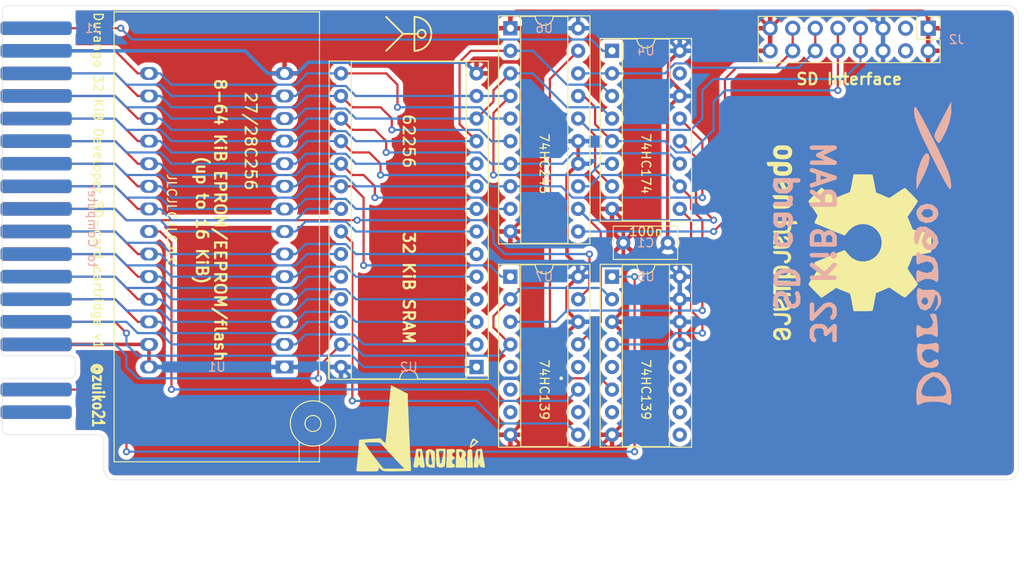
<source format=kicad_pcb>
(kicad_pcb (version 20171130) (host pcbnew "(5.1.2-1)-1")
  (layers (0 F.Cu signal) (31 B.Cu signal) (34 B.Paste user) (35 F.Paste user) (36 B.SilkS user) (37 F.SilkS user) (38 B.Mask user) (39 F.Mask user) (44 Edge.Cuts user))
  (net 0 "")
  (net 1 GND)
  (net 2 /~CS)
  (net 3 /~OE)
  (net 4 +5V)
  (net 5 D2)
  (net 6 D1)
  (net 7 D0)
  (net 8 A0)
  (net 9 A1)
  (net 10 A2)
  (net 11 A3)
  (net 12 A4)
  (net 13 A5)
  (net 14 A6)
  (net 15 A7)
  (net 16 A12)
  (net 17 /~WE)
  (net 18 /~RST)
  (net 19 D3)
  (net 20 D4)
  (net 21 D5)
  (net 22 D6)
  (net 23 D7)
  (net 24 A10)
  (net 25 A11)
  (net 26 A9)
  (net 27 A8)
  (net 28 A13)
  (net 29 A14)
  (net 30 /~IOC)
  (net 31 /MISO)
  (net 32 /MCLK)
  (net 33 /MOSI)
  (net 34 /~SSEL)
  (net 35 /ROM~OE)
  (net 36 /RAM~OE)
  (net 37 /~ROMEN)
  (net 38 /~WRITEN)
  (net 39 /~LATCH)
  (net 40 /~STATUS)
  (module durango:durango-x90 (layer B.Cu) (at 156.845 102.235 90)
    (fp_text reference LOGO3 hide)
    (fp_text value Logo_Open_Hardware_Small hide)
  )
  (module Connector_PinHeader_2.54mm:PinHeader_2x08_P2.54mm_Vertical (layer F.Cu) (at 156.21 77.47 270)
    (fp_text reference J2 (at 1.27 -3.175 unlocked) (layer B.SilkS) (effects (justify mirror)))
    (fp_text value "SD Interface" (at 5.715 8.89 unlocked) (layer F.SilkS) (effects (font (size 1.27 1.27) (thickness 0.254))))
    (pad 16 thru_hole oval (at 2.54 17.78 270) (size 1.7 1.7) (drill 1) (layers *.Cu *.Mask) (net 1 GND))
    (pad 15 thru_hole oval (at 0 17.78 270) (size 1.7 1.7) (drill 1) (layers *.Cu *.Mask) (net 1 GND))
    (pad 14 thru_hole oval (at 2.54 15.24 270) (size 1.7 1.7) (drill 1) (layers *.Cu *.Mask) (net 31 /MISO))
    (pad 13 thru_hole oval (at 0 15.24 270) (size 1.7 1.7) (drill 1) (layers *.Cu *.Mask) (net 31 /MISO))
    (pad 12 thru_hole oval (at 2.54 12.7 270) (size 1.7 1.7) (drill 1) (layers *.Cu *.Mask) (net 32 /MCLK))
    (pad 11 thru_hole oval (at 0 12.7 270) (size 1.7 1.7) (drill 1) (layers *.Cu *.Mask) (net 32 /MCLK))
    (pad 10 thru_hole oval (at 2.54 10.16 270) (size 1.7 1.7) (drill 1) (layers *.Cu *.Mask) (net 33 /MOSI))
    (pad 9 thru_hole oval (at 0 10.16 270) (size 1.7 1.7) (drill 1) (layers *.Cu *.Mask) (net 33 /MOSI))
    (pad 8 thru_hole oval (at 2.54 7.62 270) (size 1.7 1.7) (drill 1) (layers *.Cu *.Mask) (net 34 /~SSEL))
    (pad 7 thru_hole oval (at 0 7.62 270) (size 1.7 1.7) (drill 1) (layers *.Cu *.Mask) (net 34 /~SSEL))
    (pad 6 thru_hole oval (at 2.54 5.08 270) (size 1.7 1.7) (drill 1) (layers *.Cu *.Mask) (net 4 +5V))
    (pad 5 thru_hole oval (at 0 5.08 270) (size 1.7 1.7) (drill 1) (layers *.Cu *.Mask) (net 4 +5V))
    (pad 4 thru_hole oval (at 2.54 2.54 270) (size 1.7 1.7) (drill 1) (layers *.Cu *.Mask))
    (pad 3 thru_hole oval (at 0 2.54 270) (size 1.7 1.7) (drill 1) (layers *.Cu *.Mask))
    (pad 2 thru_hole oval (at 2.54 0 270) (size 1.7 1.7) (drill 1) (layers *.Cu *.Mask) (net 1 GND))
    (pad 1 thru_hole rect (at 0 0 270) (size 1.7 1.7) (drill 1) (layers *.Cu *.Mask) (net 1 GND))
  )
  (module durango:jaqueria (layer F.Cu) (at 99.06 122.555)
    (fp_text reference LOGO2 hide)
    (fp_text value Logo_Open_Hardware_Small hide)
  )
  (module Symbol:OSHW-Logo2_24.3x20mm_SilkScreen (layer F.Cu) (at 147.32 101.6 270)
    (fp_text reference LOGO1 hide)
    (fp_text value Logo_Open_Hardware_Large hide)
  )
  (module Capacitor_THT:C_Rect_L7.0mm_W3.5mm_P5.00mm (layer F.Cu) (at 121.92 101.6)
    (fp_text reference C1 (at 2.5 0 unlocked) (layer B.SilkS) (effects (justify mirror)))
    (fp_text value 100n (at 2.54 -1.27) (layer F.SilkS))
    (pad 2 thru_hole circle (at 5 0) (size 1.6 1.6) (drill 0.8) (layers *.Cu *.Mask) (net 4 +5V))
    (pad 1 thru_hole circle (at 0 0) (size 1.6 1.6) (drill 0.8) (layers *.Cu *.Mask) (net 1 GND))
  )
  (module Socket:DIP_Socket-28_W11.9_W12.7_W15.24_W17.78_W18.5_3M_228-1277-00-0602J (layer F.Cu) (at 83.82 115.57 180)
    (fp_text reference U1 (at 7.62 0) (layer B.SilkS) (effects (justify mirror)))
    (fp_text value 27/28C256 (at 3.81 25.4 270 unlocked) (layer F.SilkS) (effects (font (size 1.27 1.27) (thickness 0.2))))
    (pad 15 thru_hole oval (at 15.24 33.02 180) (size 2 1.44) (drill 1) (layers *.Cu *.Mask) (net 19 D3))
    (pad 14 thru_hole oval (at 0 33.02 180) (size 2 1.44) (drill 1) (layers *.Cu *.Mask) (net 1 GND))
    (pad 16 thru_hole oval (at 15.24 30.48 180) (size 2 1.44) (drill 1) (layers *.Cu *.Mask) (net 20 D4))
    (pad 13 thru_hole oval (at 0 30.48 180) (size 2 1.44) (drill 1) (layers *.Cu *.Mask) (net 5 D2))
    (pad 17 thru_hole oval (at 15.24 27.94 180) (size 2 1.44) (drill 1) (layers *.Cu *.Mask) (net 21 D5))
    (pad 12 thru_hole oval (at 0 27.94 180) (size 2 1.44) (drill 1) (layers *.Cu *.Mask) (net 6 D1))
    (pad 18 thru_hole oval (at 15.24 25.4 180) (size 2 1.44) (drill 1) (layers *.Cu *.Mask) (net 22 D6))
    (pad 11 thru_hole oval (at 0 25.4 180) (size 2 1.44) (drill 1) (layers *.Cu *.Mask) (net 7 D0))
    (pad 19 thru_hole oval (at 15.24 22.86 180) (size 2 1.44) (drill 1) (layers *.Cu *.Mask) (net 23 D7))
    (pad 10 thru_hole oval (at 0 22.86 180) (size 2 1.44) (drill 1) (layers *.Cu *.Mask) (net 8 A0))
    (pad 20 thru_hole oval (at 15.24 20.32 180) (size 2 1.44) (drill 1) (layers *.Cu *.Mask) (net 2 /~CS))
    (pad 9 thru_hole oval (at 0 20.32 180) (size 2 1.44) (drill 1) (layers *.Cu *.Mask) (net 9 A1))
    (pad 21 thru_hole oval (at 15.24 17.78 180) (size 2 1.44) (drill 1) (layers *.Cu *.Mask) (net 24 A10))
    (pad 8 thru_hole oval (at 0 17.78 180) (size 2 1.44) (drill 1) (layers *.Cu *.Mask) (net 10 A2))
    (pad 22 thru_hole oval (at 15.24 15.24 180) (size 2 1.44) (drill 1) (layers *.Cu *.Mask) (net 35 /ROM~OE))
    (pad 7 thru_hole oval (at 0 15.24 180) (size 2 1.44) (drill 1) (layers *.Cu *.Mask) (net 11 A3))
    (pad 23 thru_hole oval (at 15.24 12.7 180) (size 2 1.44) (drill 1) (layers *.Cu *.Mask) (net 25 A11))
    (pad 6 thru_hole oval (at 0 12.7 180) (size 2 1.44) (drill 1) (layers *.Cu *.Mask) (net 12 A4))
    (pad 24 thru_hole oval (at 15.24 10.16 180) (size 2 1.44) (drill 1) (layers *.Cu *.Mask) (net 26 A9))
    (pad 5 thru_hole oval (at 0 10.16 180) (size 2 1.44) (drill 1) (layers *.Cu *.Mask) (net 13 A5))
    (pad 25 thru_hole oval (at 15.24 7.62 180) (size 2 1.44) (drill 1) (layers *.Cu *.Mask) (net 27 A8))
    (pad 4 thru_hole oval (at 0 7.62 180) (size 2 1.44) (drill 1) (layers *.Cu *.Mask) (net 14 A6))
    (pad 26 thru_hole oval (at 15.24 5.08 180) (size 2 1.44) (drill 1) (layers *.Cu *.Mask) (net 28 A13))
    (pad 3 thru_hole oval (at 0 5.08 180) (size 2 1.44) (drill 1) (layers *.Cu *.Mask) (net 15 A7))
    (pad 27 thru_hole oval (at 15.24 2.54 180) (size 2 1.44) (drill 1) (layers *.Cu *.Mask) (net 4 +5V))
    (pad 2 thru_hole oval (at 0 2.54 180) (size 2 1.44) (drill 1) (layers *.Cu *.Mask) (net 16 A12))
    (pad 28 thru_hole oval (at 15.24 0 180) (size 2 1.44) (drill 1) (layers *.Cu *.Mask) (net 4 +5V))
    (pad 1 thru_hole rect (at 0 0 180) (size 2 1.44) (drill 1) (layers *.Cu *.Mask) (net 4 +5V))
  )
  (module Package_DIP:DIP-16_W7.62mm_Socket (layer F.Cu) (at 109.22 105.41)
    (fp_text reference U7 (at 3.81 0 unlocked) (layer B.SilkS) (effects (justify mirror)))
    (fp_text value 74HC139 (at 3.81 12.7 270 unlocked) (layer F.SilkS))
    (pad 16 thru_hole oval (at 7.62 0) (size 1.6 1.6) (drill 0.8) (layers *.Cu *.Mask) (net 4 +5V))
    (pad 8 thru_hole oval (at 0 17.78) (size 1.6 1.6) (drill 0.8) (layers *.Cu *.Mask) (net 1 GND))
    (pad 15 thru_hole oval (at 7.62 2.54) (size 1.6 1.6) (drill 0.8) (layers *.Cu *.Mask) (net 3 /~OE))
    (pad 7 thru_hole oval (at 0 15.24) (size 1.6 1.6) (drill 0.8) (layers *.Cu *.Mask))
    (pad 14 thru_hole oval (at 7.62 5.08) (size 1.6 1.6) (drill 0.8) (layers *.Cu *.Mask) (net 4 +5V))
    (pad 6 thru_hole oval (at 0 12.7) (size 1.6 1.6) (drill 0.8) (layers *.Cu *.Mask))
    (pad 13 thru_hole oval (at 7.62 7.62) (size 1.6 1.6) (drill 0.8) (layers *.Cu *.Mask) (net 37 /~ROMEN))
    (pad 5 thru_hole oval (at 0 10.16) (size 1.6 1.6) (drill 0.8) (layers *.Cu *.Mask))
    (pad 12 thru_hole oval (at 7.62 10.16) (size 1.6 1.6) (drill 0.8) (layers *.Cu *.Mask))
    (pad 4 thru_hole oval (at 0 7.62) (size 1.6 1.6) (drill 0.8) (layers *.Cu *.Mask) (net 17 /~WE))
    (pad 11 thru_hole oval (at 7.62 12.7) (size 1.6 1.6) (drill 0.8) (layers *.Cu *.Mask) (net 35 /ROM~OE))
    (pad 3 thru_hole oval (at 0 5.08) (size 1.6 1.6) (drill 0.8) (layers *.Cu *.Mask) (net 38 /~WRITEN))
    (pad 10 thru_hole oval (at 7.62 15.24) (size 1.6 1.6) (drill 0.8) (layers *.Cu *.Mask))
    (pad 2 thru_hole oval (at 0 2.54) (size 1.6 1.6) (drill 0.8) (layers *.Cu *.Mask) (net 17 /~WE))
    (pad 9 thru_hole oval (at 7.62 17.78) (size 1.6 1.6) (drill 0.8) (layers *.Cu *.Mask) (net 36 /RAM~OE))
    (pad 1 thru_hole rect (at 0 0) (size 1.6 1.6) (drill 0.8) (layers *.Cu *.Mask) (net 2 /~CS))
  )
  (module Package_DIP:DIP-20_W7.62mm_Socket (layer F.Cu) (at 109.22 77.47)
    (fp_text reference U6 (at 3.81 0) (layer B.SilkS) (effects (justify mirror)))
    (fp_text value 74HC245 (at 3.81 15.24 270 unlocked) (layer F.SilkS))
    (pad 20 thru_hole oval (at 7.62 0) (size 1.6 1.6) (drill 0.8) (layers *.Cu *.Mask) (net 4 +5V))
    (pad 10 thru_hole oval (at 0 22.86) (size 1.6 1.6) (drill 0.8) (layers *.Cu *.Mask) (net 1 GND))
    (pad 19 thru_hole oval (at 7.62 2.54) (size 1.6 1.6) (drill 0.8) (layers *.Cu *.Mask) (net 40 /~STATUS))
    (pad 9 thru_hole oval (at 0 20.32) (size 1.6 1.6) (drill 0.8) (layers *.Cu *.Mask) (net 23 D7))
    (pad 18 thru_hole oval (at 7.62 5.08) (size 1.6 1.6) (drill 0.8) (layers *.Cu *.Mask) (net 32 /MCLK))
    (pad 8 thru_hole oval (at 0 17.78) (size 1.6 1.6) (drill 0.8) (layers *.Cu *.Mask) (net 22 D6))
    (pad 17 thru_hole oval (at 7.62 7.62) (size 1.6 1.6) (drill 0.8) (layers *.Cu *.Mask) (net 33 /MOSI))
    (pad 7 thru_hole oval (at 0 15.24) (size 1.6 1.6) (drill 0.8) (layers *.Cu *.Mask) (net 21 D5))
    (pad 16 thru_hole oval (at 7.62 10.16) (size 1.6 1.6) (drill 0.8) (layers *.Cu *.Mask) (net 34 /~SSEL))
    (pad 6 thru_hole oval (at 0 12.7) (size 1.6 1.6) (drill 0.8) (layers *.Cu *.Mask) (net 20 D4))
    (pad 15 thru_hole oval (at 7.62 12.7) (size 1.6 1.6) (drill 0.8) (layers *.Cu *.Mask) (net 4 +5V))
    (pad 5 thru_hole oval (at 0 10.16) (size 1.6 1.6) (drill 0.8) (layers *.Cu *.Mask) (net 19 D3))
    (pad 14 thru_hole oval (at 7.62 15.24) (size 1.6 1.6) (drill 0.8) (layers *.Cu *.Mask) (net 4 +5V))
    (pad 4 thru_hole oval (at 0 7.62) (size 1.6 1.6) (drill 0.8) (layers *.Cu *.Mask) (net 5 D2))
    (pad 13 thru_hole oval (at 7.62 17.78) (size 1.6 1.6) (drill 0.8) (layers *.Cu *.Mask) (net 38 /~WRITEN))
    (pad 3 thru_hole oval (at 0 5.08) (size 1.6 1.6) (drill 0.8) (layers *.Cu *.Mask) (net 6 D1))
    (pad 12 thru_hole oval (at 7.62 20.32) (size 1.6 1.6) (drill 0.8) (layers *.Cu *.Mask) (net 37 /~ROMEN))
    (pad 2 thru_hole oval (at 0 2.54) (size 1.6 1.6) (drill 0.8) (layers *.Cu *.Mask) (net 7 D0))
    (pad 11 thru_hole oval (at 7.62 22.86) (size 1.6 1.6) (drill 0.8) (layers *.Cu *.Mask) (net 31 /MISO))
    (pad 1 thru_hole rect (at 0 0) (size 1.6 1.6) (drill 0.8) (layers *.Cu *.Mask) (net 1 GND))
  )
  (module Package_DIP:DIP-16_W7.62mm_Socket (layer F.Cu) (at 120.65 105.41)
    (fp_text reference U5 (at 3.81 0 unlocked) (layer B.SilkS) (effects (justify mirror)))
    (fp_text value 74HC139 (at 3.81 12.7 270 unlocked) (layer F.SilkS))
    (pad 16 thru_hole oval (at 7.62 0) (size 1.6 1.6) (drill 0.8) (layers *.Cu *.Mask) (net 4 +5V))
    (pad 8 thru_hole oval (at 0 17.78) (size 1.6 1.6) (drill 0.8) (layers *.Cu *.Mask) (net 1 GND))
    (pad 15 thru_hole oval (at 7.62 2.54) (size 1.6 1.6) (drill 0.8) (layers *.Cu *.Mask) (net 4 +5V))
    (pad 7 thru_hole oval (at 0 15.24) (size 1.6 1.6) (drill 0.8) (layers *.Cu *.Mask))
    (pad 14 thru_hole oval (at 7.62 5.08) (size 1.6 1.6) (drill 0.8) (layers *.Cu *.Mask) (net 4 +5V))
    (pad 6 thru_hole oval (at 0 12.7) (size 1.6 1.6) (drill 0.8) (layers *.Cu *.Mask) (net 40 /~STATUS))
    (pad 13 thru_hole oval (at 7.62 7.62) (size 1.6 1.6) (drill 0.8) (layers *.Cu *.Mask) (net 4 +5V))
    (pad 5 thru_hole oval (at 0 10.16) (size 1.6 1.6) (drill 0.8) (layers *.Cu *.Mask))
    (pad 12 thru_hole oval (at 7.62 10.16) (size 1.6 1.6) (drill 0.8) (layers *.Cu *.Mask))
    (pad 4 thru_hole oval (at 0 7.62) (size 1.6 1.6) (drill 0.8) (layers *.Cu *.Mask) (net 39 /~LATCH))
    (pad 11 thru_hole oval (at 7.62 12.7) (size 1.6 1.6) (drill 0.8) (layers *.Cu *.Mask))
    (pad 3 thru_hole oval (at 0 5.08) (size 1.6 1.6) (drill 0.8) (layers *.Cu *.Mask) (net 1 GND))
    (pad 10 thru_hole oval (at 7.62 15.24) (size 1.6 1.6) (drill 0.8) (layers *.Cu *.Mask))
    (pad 2 thru_hole oval (at 0 2.54) (size 1.6 1.6) (drill 0.8) (layers *.Cu *.Mask) (net 17 /~WE))
    (pad 9 thru_hole oval (at 7.62 17.78) (size 1.6 1.6) (drill 0.8) (layers *.Cu *.Mask))
    (pad 1 thru_hole rect (at 0 0) (size 1.6 1.6) (drill 0.8) (layers *.Cu *.Mask) (net 30 /~IOC))
  )
  (module Package_DIP:DIP-16_W7.62mm_Socket (layer F.Cu) (at 120.65 80.01)
    (fp_text reference U4 (at 3.81 0 unlocked) (layer B.SilkS) (effects (justify mirror)))
    (fp_text value 74HC174 (at 3.81 12.7 270 unlocked) (layer F.SilkS))
    (pad 16 thru_hole oval (at 7.62 0) (size 1.6 1.6) (drill 0.8) (layers *.Cu *.Mask) (net 4 +5V))
    (pad 8 thru_hole oval (at 0 17.78) (size 1.6 1.6) (drill 0.8) (layers *.Cu *.Mask) (net 1 GND))
    (pad 15 thru_hole oval (at 7.62 2.54) (size 1.6 1.6) (drill 0.8) (layers *.Cu *.Mask))
    (pad 7 thru_hole oval (at 0 15.24) (size 1.6 1.6) (drill 0.8) (layers *.Cu *.Mask) (net 34 /~SSEL))
    (pad 14 thru_hole oval (at 7.62 5.08) (size 1.6 1.6) (drill 0.8) (layers *.Cu *.Mask) (net 4 +5V))
    (pad 6 thru_hole oval (at 0 12.7) (size 1.6 1.6) (drill 0.8) (layers *.Cu *.Mask) (net 5 D2))
    (pad 13 thru_hole oval (at 7.62 7.62) (size 1.6 1.6) (drill 0.8) (layers *.Cu *.Mask) (net 22 D6))
    (pad 5 thru_hole oval (at 0 10.16) (size 1.6 1.6) (drill 0.8) (layers *.Cu *.Mask) (net 33 /MOSI))
    (pad 12 thru_hole oval (at 7.62 10.16) (size 1.6 1.6) (drill 0.8) (layers *.Cu *.Mask) (net 37 /~ROMEN))
    (pad 4 thru_hole oval (at 0 7.62) (size 1.6 1.6) (drill 0.8) (layers *.Cu *.Mask) (net 6 D1))
    (pad 11 thru_hole oval (at 7.62 12.7) (size 1.6 1.6) (drill 0.8) (layers *.Cu *.Mask) (net 21 D5))
    (pad 3 thru_hole oval (at 0 5.08) (size 1.6 1.6) (drill 0.8) (layers *.Cu *.Mask) (net 7 D0))
    (pad 10 thru_hole oval (at 7.62 15.24) (size 1.6 1.6) (drill 0.8) (layers *.Cu *.Mask) (net 38 /~WRITEN))
    (pad 2 thru_hole oval (at 0 2.54) (size 1.6 1.6) (drill 0.8) (layers *.Cu *.Mask) (net 32 /MCLK))
    (pad 9 thru_hole oval (at 7.62 17.78) (size 1.6 1.6) (drill 0.8) (layers *.Cu *.Mask) (net 39 /~LATCH))
    (pad 1 thru_hole rect (at 0 0) (size 1.6 1.6) (drill 0.8) (layers *.Cu *.Mask) (net 18 /~RST))
  )
  (module Package_DIP:DIP-28_W15.24mm_Socket (layer F.Cu) (at 105.41 115.57 180)
    (fp_text reference U2 (at 7.62 0) (layer B.SilkS) (effects (justify mirror)))
    (fp_text value 62256 (at 7.62 25.4 270 unlocked) (layer F.SilkS) (effects (font (size 1.27 1.27) (thickness 0.2))))
    (fp_text user "32 KiB SRAM" (at 7.62 8.89 270 unlocked) (layer F.SilkS) (effects (font (size 1.27 1.27) (thickness 0.254))))
    (pad 28 thru_hole oval (at 15.24 0 180) (size 1.6 1.6) (drill 0.8) (layers *.Cu *.Mask) (net 4 +5V))
    (pad 14 thru_hole oval (at 0 33.02 180) (size 1.6 1.6) (drill 0.8) (layers *.Cu *.Mask) (net 1 GND))
    (pad 27 thru_hole oval (at 15.24 2.54 180) (size 1.6 1.6) (drill 0.8) (layers *.Cu *.Mask) (net 17 /~WE))
    (pad 13 thru_hole oval (at 0 30.48 180) (size 1.6 1.6) (drill 0.8) (layers *.Cu *.Mask) (net 5 D2))
    (pad 26 thru_hole oval (at 15.24 5.08 180) (size 1.6 1.6) (drill 0.8) (layers *.Cu *.Mask) (net 28 A13))
    (pad 12 thru_hole oval (at 0 27.94 180) (size 1.6 1.6) (drill 0.8) (layers *.Cu *.Mask) (net 6 D1))
    (pad 25 thru_hole oval (at 15.24 7.62 180) (size 1.6 1.6) (drill 0.8) (layers *.Cu *.Mask) (net 27 A8))
    (pad 11 thru_hole oval (at 0 25.4 180) (size 1.6 1.6) (drill 0.8) (layers *.Cu *.Mask) (net 7 D0))
    (pad 24 thru_hole oval (at 15.24 10.16 180) (size 1.6 1.6) (drill 0.8) (layers *.Cu *.Mask) (net 26 A9))
    (pad 10 thru_hole oval (at 0 22.86 180) (size 1.6 1.6) (drill 0.8) (layers *.Cu *.Mask) (net 8 A0))
    (pad 23 thru_hole oval (at 15.24 12.7 180) (size 1.6 1.6) (drill 0.8) (layers *.Cu *.Mask) (net 25 A11))
    (pad 9 thru_hole oval (at 0 20.32 180) (size 1.6 1.6) (drill 0.8) (layers *.Cu *.Mask) (net 9 A1))
    (pad 22 thru_hole oval (at 15.24 15.24 180) (size 1.6 1.6) (drill 0.8) (layers *.Cu *.Mask) (net 36 /RAM~OE))
    (pad 8 thru_hole oval (at 0 17.78 180) (size 1.6 1.6) (drill 0.8) (layers *.Cu *.Mask) (net 10 A2))
    (pad 21 thru_hole oval (at 15.24 17.78 180) (size 1.6 1.6) (drill 0.8) (layers *.Cu *.Mask) (net 24 A10))
    (pad 7 thru_hole oval (at 0 15.24 180) (size 1.6 1.6) (drill 0.8) (layers *.Cu *.Mask) (net 11 A3))
    (pad 20 thru_hole oval (at 15.24 20.32 180) (size 1.6 1.6) (drill 0.8) (layers *.Cu *.Mask) (net 2 /~CS))
    (pad 6 thru_hole oval (at 0 12.7 180) (size 1.6 1.6) (drill 0.8) (layers *.Cu *.Mask) (net 12 A4))
    (pad 19 thru_hole oval (at 15.24 22.86 180) (size 1.6 1.6) (drill 0.8) (layers *.Cu *.Mask) (net 23 D7))
    (pad 5 thru_hole oval (at 0 10.16 180) (size 1.6 1.6) (drill 0.8) (layers *.Cu *.Mask) (net 13 A5))
    (pad 18 thru_hole oval (at 15.24 25.4 180) (size 1.6 1.6) (drill 0.8) (layers *.Cu *.Mask) (net 22 D6))
    (pad 4 thru_hole oval (at 0 7.62 180) (size 1.6 1.6) (drill 0.8) (layers *.Cu *.Mask) (net 14 A6))
    (pad 17 thru_hole oval (at 15.24 27.94 180) (size 1.6 1.6) (drill 0.8) (layers *.Cu *.Mask) (net 21 D5))
    (pad 3 thru_hole oval (at 0 5.08 180) (size 1.6 1.6) (drill 0.8) (layers *.Cu *.Mask) (net 15 A7))
    (pad 16 thru_hole oval (at 15.24 30.48 180) (size 1.6 1.6) (drill 0.8) (layers *.Cu *.Mask) (net 20 D4))
    (pad 2 thru_hole oval (at 0 2.54 180) (size 1.6 1.6) (drill 0.8) (layers *.Cu *.Mask) (net 16 A12))
    (pad 15 thru_hole oval (at 15.24 33.02 180) (size 1.6 1.6) (drill 0.8) (layers *.Cu *.Mask) (net 19 D3))
    (pad 1 thru_hole rect (at 0 0 180) (size 1.6 1.6) (drill 0.8) (layers *.Cu *.Mask) (net 29 A14))
  )
  (module edge_conn:Durango_ROM (layer F.Cu) (at 52.07 74.93 270)
    (fp_text reference J1 (at 2.54 -10.16 unlocked) (layer B.SilkS) (effects (font (size 1.016 1.016) (thickness 0.16)) (justify mirror)))
    (fp_text value "to Computer" (at 24.765 -10.16 270 unlocked) (layer B.SilkS) (effects (justify mirror)))
    (pad 36 smd roundrect (at 2.54 -3.81 270) (size 1.524 8) (layers B.Cu B.Paste B.Mask))
    (pad 34 smd roundrect (at 5.08 -3.81 270) (size 1.524 8) (layers B.Cu B.Paste B.Mask) (net 1 GND))
    (pad 32 smd roundrect (at 7.62 -3.81 270) (size 1.524 8) (layers B.Cu B.Paste B.Mask) (net 5 D2))
    (pad 30 smd roundrect (at 10.16 -3.81 270) (size 1.524 8) (layers B.Cu B.Paste B.Mask) (net 6 D1))
    (pad 28 smd roundrect (at 12.7 -3.81 270) (size 1.524 8) (layers B.Cu B.Paste B.Mask) (net 7 D0))
    (pad 26 smd roundrect (at 15.24 -3.81 270) (size 1.524 8) (layers B.Cu B.Paste B.Mask) (net 8 A0))
    (pad 24 smd roundrect (at 17.78 -3.81 270) (size 1.524 8) (layers B.Cu B.Paste B.Mask) (net 9 A1))
    (pad 22 smd roundrect (at 20.32 -3.81 270) (size 1.524 8) (layers B.Cu B.Paste B.Mask) (net 10 A2))
    (pad 20 smd roundrect (at 22.86 -3.81 270) (size 1.524 8) (layers B.Cu B.Paste B.Mask) (net 11 A3))
    (pad 18 smd roundrect (at 25.4 -3.81 270) (size 1.524 8) (layers B.Cu B.Paste B.Mask) (net 12 A4))
    (pad 16 smd roundrect (at 27.94 -3.81 270) (size 1.524 8) (layers B.Cu B.Paste B.Mask) (net 13 A5))
    (pad 14 smd roundrect (at 30.48 -3.81 270) (size 1.524 8) (layers B.Cu B.Paste B.Mask) (net 14 A6))
    (pad 12 smd roundrect (at 33.02 -3.81 270) (size 1.524 8) (layers B.Cu B.Paste B.Mask) (net 15 A7))
    (pad 10 smd roundrect (at 35.56 -3.81 270) (size 1.524 8) (layers B.Cu B.Paste B.Mask) (net 16 A12))
    (pad 8 smd roundrect (at 38.1 -3.81 270) (size 1.524 8) (layers B.Cu B.Paste B.Mask) (net 17 /~WE))
    (pad 4 smd roundrect (at 43.18 -3.81 270) (size 1.524 8) (layers B.Cu B.Paste B.Mask))
    (pad 35 smd roundrect (at 2.54 -3.81 270) (size 1.524 8) (layers F.Cu F.Paste F.Mask) (net 18 /~RST))
    (pad 33 smd roundrect (at 5.08 -3.81 270) (size 1.524 8) (layers F.Cu F.Paste F.Mask) (net 19 D3))
    (pad 31 smd roundrect (at 7.62 -3.81 270) (size 1.524 8) (layers F.Cu F.Paste F.Mask) (net 20 D4))
    (pad 29 smd roundrect (at 10.16 -3.81 270) (size 1.524 8) (layers F.Cu F.Paste F.Mask) (net 21 D5))
    (pad 27 smd roundrect (at 12.7 -3.81 270) (size 1.524 8) (layers F.Cu F.Paste F.Mask) (net 22 D6))
    (pad 25 smd roundrect (at 15.24 -3.81 270) (size 1.524 8) (layers F.Cu F.Paste F.Mask) (net 23 D7))
    (pad 23 smd roundrect (at 17.78 -3.81 270) (size 1.524 8) (layers F.Cu F.Paste F.Mask) (net 2 /~CS))
    (pad 21 smd roundrect (at 20.32 -3.81 270) (size 1.524 8) (layers F.Cu F.Paste F.Mask) (net 24 A10))
    (pad 19 smd roundrect (at 22.86 -3.81 270) (size 1.524 8) (layers F.Cu F.Paste F.Mask) (net 3 /~OE))
    (pad 17 smd roundrect (at 25.4 -3.81 270) (size 1.524 8) (layers F.Cu F.Paste F.Mask) (net 25 A11))
    (pad 15 smd roundrect (at 27.94 -3.81 270) (size 1.524 8) (layers F.Cu F.Paste F.Mask) (net 26 A9))
    (pad 13 smd roundrect (at 30.48 -3.81 270) (size 1.524 8) (layers F.Cu F.Paste F.Mask) (net 27 A8))
    (pad 11 smd roundrect (at 33.02 -3.81 270) (size 1.524 8) (layers F.Cu F.Paste F.Mask) (net 28 A13))
    (pad 9 smd roundrect (at 35.56 -3.81 270) (size 1.524 8) (layers F.Cu F.Paste F.Mask) (net 29 A14))
    (pad 7 smd roundrect (at 38.1 -3.81 270) (size 1.524 8) (layers F.Cu F.Paste F.Mask) (net 4 +5V))
    (pad 3 smd roundrect (at 43.18 -3.81 270) (size 1.524 8) (layers F.Cu F.Paste F.Mask) (net 30 /~IOC))
    (pad 2 smd roundrect (at 45.72 -3.81 270) (size 1.524 8) (layers B.Cu B.Paste B.Mask))
    (pad 1 smd roundrect (at 45.72 -3.81 270) (size 1.524 8) (layers F.Cu F.Paste F.Mask))
  )
  (gr_arc (start 52.324 117.094) (end 52.324 116.84) (angle -90) (layer Edge.Cuts) (width 0.05))
  (gr_arc (start 52.324 114.046) (end 52.07 114.046) (angle -90) (layer Edge.Cuts) (width 0.05))
  (gr_line (start 60.325 116.205) (end 60.325 114.935) (layer Edge.Cuts) (width 0.05))
  (gr_arc (start 59.69 116.205) (end 59.69 116.84) (angle -90) (layer Edge.Cuts) (width 0.05))
  (gr_arc (start 59.69 114.935) (end 60.325 114.935) (angle -90) (layer Edge.Cuts) (width 0.05))
  (gr_line (start 52.705 123.19) (end 62.865 123.19) (layer Edge.Cuts) (width 0.05))
  (gr_arc (start 52.705 122.555) (end 52.07 122.555) (angle -90) (layer Edge.Cuts) (width 0.05))
  (gr_line (start 52.07 117.094) (end 52.07 122.555) (layer Edge.Cuts) (width 0.05))
  (gr_line (start 59.69 116.84) (end 52.324 116.84) (layer Edge.Cuts) (width 0.05))
  (gr_line (start 52.324 114.3) (end 59.69 114.3) (layer Edge.Cuts) (width 0.05))
  (gr_line (start 52.07 75.565) (end 52.07 114.046) (layer Edge.Cuts) (width 0.05))
  (gr_arc (start 52.705 75.565) (end 52.705 74.93) (angle -90) (layer Edge.Cuts) (width 0.05))
  (gr_line (start 60.96 74.93) (end 52.705 74.93) (layer Edge.Cuts) (width 0.05))
  (gr_text "32 KiB RAM\nSD card" (at 142.24 101.6 270) (layer B.SilkS) (effects (font (size 2.54 2.54) (thickness 0.508)) (justify mirror)))
  (gr_line (start 97.155 78.105) (end 95.25 80.01) (layer F.SilkS) (width 0.2))
  (gr_line (start 97.155 78.105) (end 95.25 76.2) (layer F.SilkS) (width 0.2))
  (gr_line (start 98.77919 78.105) (end 97.155 78.105) (layer F.SilkS) (width 0.2))
  (gr_line (start 98.425 76.2) (end 98.425 80.01) (layer F.SilkS) (width 0.2))
  (gr_circle (center 99.237095 78.105) (end 99.695 78.105) (layer F.SilkS) (width 0.2))
  (gr_arc (start 98.425 78.105) (end 98.425 80.01) (angle -180) (layer F.SilkS) (width 0.2))
  (gr_arc (start 165.1 127) (end 165.1 128.27) (angle -90) (layer Edge.Cuts) (width 0.05))
  (gr_line (start 166.37 127) (end 166.37 76.2) (layer Edge.Cuts) (width 0.05))
  (gr_line (start 64.77 128.27) (end 165.1 128.27) (layer Edge.Cuts) (width 0.05))
  (gr_arc (start 64.77 127) (end 63.5 127) (angle -90) (layer Edge.Cuts) (width 0.05))
  (gr_line (start 63.5 123.825) (end 63.5 127) (layer Edge.Cuts) (width 0.05))
  (gr_arc (start 62.865 123.825) (end 63.5 123.825) (angle -90) (layer Edge.Cuts) (width 0.05))
  (gr_arc (start 165.1 76.2) (end 166.37 76.2) (angle -90) (layer Edge.Cuts) (width 0.05))
  (gr_line (start 60.96 74.93) (end 165.1 74.93) (layer Edge.Cuts) (width 0.05))
  (gr_text "8-64 KiB EPROM/EEPROM/flash\n(up to 16 KiB)" (at 75.565 99.06 270) (layer F.SilkS) (effects (font (size 1.27 1.27) (thickness 0.254))))
  (gr_text JLCJLCJLCJLC (at 71.12 99.06 270) (layer F.SilkS) (effects (font (size 1.016 1.016) (thickness 0.1575))))
  (gr_text @zuiko21 (at 62.865 118.745 270) (layer F.SilkS) (effects (font (size 1.27 1.016) (thickness 0.254))))
  (gr_text "Durango 32 KiB Developer SD-card cartridge v1" (at 62.865 94.615 270) (layer F.SilkS) (effects (font (size 1.016 1.016) (thickness 0.16))))
  (segment (start 55.88 80.01) (end 79.375 80.01) (width 0.4) (layer B.Cu) (net 1))
  (segment (start 81.915 82.55) (end 83.82 82.55) (width 0.4) (layer B.Cu) (net 1))
  (segment (start 79.375 80.01) (end 81.915 82.55) (width 0.4) (layer B.Cu) (net 1))
  (segment (start 104.610001 81.750001) (end 105.41 82.55) (width 0.4) (layer B.Cu) (net 1))
  (segment (start 104.159999 81.299999) (end 104.610001 81.750001) (width 0.4) (layer B.Cu) (net 1))
  (segment (start 86.470001 81.299999) (end 104.159999 81.299999) (width 0.4) (layer B.Cu) (net 1))
  (segment (start 85.22 82.55) (end 86.470001 81.299999) (width 0.4) (layer B.Cu) (net 1))
  (segment (start 83.82 82.55) (end 85.22 82.55) (width 0.4) (layer B.Cu) (net 1))
  (segment (start 110.470001 99.079999) (end 110.019999 99.530001) (width 0.4) (layer F.Cu) (net 1))
  (segment (start 110.42 77.47) (end 110.470001 77.520001) (width 0.4) (layer F.Cu) (net 1))
  (segment (start 110.019999 99.530001) (end 109.22 100.33) (width 0.4) (layer F.Cu) (net 1))
  (segment (start 109.22 77.47) (end 110.42 77.47) (width 0.4) (layer F.Cu) (net 1))
  (segment (start 110.470001 121.939999) (end 110.019999 122.390001) (width 0.4) (layer F.Cu) (net 1))
  (segment (start 110.019999 122.390001) (end 109.22 123.19) (width 0.4) (layer F.Cu) (net 1))
  (segment (start 110.470001 101.580001) (end 110.470001 121.939999) (width 0.4) (layer F.Cu) (net 1))
  (segment (start 109.22 100.33) (end 110.470001 101.580001) (width 0.4) (layer F.Cu) (net 1))
  (segment (start 121.449999 111.289999) (end 120.65 110.49) (width 0.4) (layer F.Cu) (net 1))
  (segment (start 121.900001 111.740001) (end 121.449999 111.289999) (width 0.4) (layer F.Cu) (net 1))
  (segment (start 121.900001 121.939999) (end 121.900001 111.740001) (width 0.4) (layer F.Cu) (net 1))
  (segment (start 120.65 123.19) (end 121.900001 121.939999) (width 0.4) (layer F.Cu) (net 1))
  (segment (start 121.92 109.22) (end 121.92 101.6) (width 0.4) (layer F.Cu) (net 1))
  (segment (start 120.65 110.49) (end 121.92 109.22) (width 0.4) (layer F.Cu) (net 1))
  (segment (start 121.92 99.06) (end 120.65 97.79) (width 0.4) (layer F.Cu) (net 1))
  (segment (start 121.92 101.6) (end 121.92 99.06) (width 0.4) (layer F.Cu) (net 1))
  (segment (start 118.745 125.095) (end 120.65 123.19) (width 0.4) (layer F.Cu) (net 1))
  (segment (start 111.125 125.095) (end 118.745 125.095) (width 0.4) (layer F.Cu) (net 1))
  (segment (start 109.22 123.19) (end 111.125 125.095) (width 0.4) (layer F.Cu) (net 1))
  (segment (start 156.21 80.01) (end 156.21 77.47) (width 0.4) (layer F.Cu) (net 1))
  (segment (start 138.43 80.01) (end 138.43 77.47) (width 0.4) (layer F.Cu) (net 1))
  (segment (start 156.21 76.22) (end 155.555 75.565) (width 0.4) (layer F.Cu) (net 1))
  (segment (start 156.21 77.47) (end 156.21 76.22) (width 0.4) (layer F.Cu) (net 1))
  (segment (start 155.555 75.565) (end 140.335 75.565) (width 0.4) (layer F.Cu) (net 1))
  (segment (start 140.335 75.565) (end 138.43 77.47) (width 0.4) (layer F.Cu) (net 1))
  (segment (start 109.22 76.27) (end 109.925 75.565) (width 0.4) (layer F.Cu) (net 1))
  (segment (start 109.22 77.47) (end 109.22 76.27) (width 0.4) (layer F.Cu) (net 1))
  (segment (start 136.525 75.565) (end 138.43 77.47) (width 0.4) (layer F.Cu) (net 1))
  (segment (start 109.925 75.565) (end 136.525 75.565) (width 0.4) (layer F.Cu) (net 1))
  (segment (start 106.699999 81.260001) (end 110.470001 81.260001) (width 0.4) (layer F.Cu) (net 1))
  (segment (start 105.41 82.55) (end 106.699999 81.260001) (width 0.4) (layer F.Cu) (net 1))
  (segment (start 110.470001 81.260001) (end 110.470001 99.079999) (width 0.4) (layer F.Cu) (net 1))
  (segment (start 110.470001 77.520001) (end 110.470001 81.260001) (width 0.4) (layer F.Cu) (net 1))
  (segment (start 90.17 95.25) (end 86.36 95.25) (width 0.25) (layer B.Cu) (net 2))
  (segment (start 86.36 95.25) (end 85.09 96.52) (width 0.25) (layer B.Cu) (net 2))
  (segment (start 85.09 96.52) (end 71.12 96.52) (width 0.25) (layer B.Cu) (net 2))
  (segment (start 69.85 95.25) (end 68.58 95.25) (width 0.25) (layer B.Cu) (net 2))
  (segment (start 71.12 96.52) (end 69.85 95.25) (width 0.25) (layer B.Cu) (net 2))
  (segment (start 64.77 92.71) (end 55.88 92.71) (width 0.25) (layer F.Cu) (net 2))
  (segment (start 67.31 95.25) (end 64.77 92.71) (width 0.25) (layer F.Cu) (net 2))
  (segment (start 68.58 95.25) (end 67.31 95.25) (width 0.25) (layer F.Cu) (net 2))
  (segment (start 108.17 105.41) (end 106.9 104.14) (width 0.25) (layer B.Cu) (net 2))
  (segment (start 109.22 105.41) (end 108.17 105.41) (width 0.25) (layer B.Cu) (net 2))
  (segment (start 106.9 104.14) (end 92.71 104.14) (width 0.25) (layer B.Cu) (net 2))
  (via (at 92.71 104.14) (size 0.8) (drill 0.4) (layers F.Cu B.Cu) (net 2))
  (segment (start 92.71 104.14) (end 92.71 96.52) (width 0.25) (layer F.Cu) (net 2))
  (segment (start 92.71 96.52) (end 91.44 95.25) (width 0.25) (layer F.Cu) (net 2))
  (segment (start 91.44 95.25) (end 90.17 95.25) (width 0.25) (layer F.Cu) (net 2))
  (via (at 91.985 99.06) (size 0.8) (drill 0.4) (layers F.Cu B.Cu) (net 3))
  (segment (start 91.985 99.06) (end 66.04 99.06) (width 0.25) (layer F.Cu) (net 3))
  (segment (start 66.04 99.06) (end 64.77 97.79) (width 0.25) (layer F.Cu) (net 3))
  (segment (start 64.77 97.79) (end 55.88 97.79) (width 0.25) (layer F.Cu) (net 3))
  (segment (start 92.075 99.06) (end 91.985 99.06) (width 0.25) (layer B.Cu) (net 3))
  (segment (start 106.045 99.06) (end 92.075 99.06) (width 0.25) (layer B.Cu) (net 3))
  (segment (start 107.315 100.33) (end 106.045 99.06) (width 0.25) (layer B.Cu) (net 3))
  (segment (start 107.315 101.6) (end 107.315 100.33) (width 0.25) (layer B.Cu) (net 3))
  (segment (start 108.585 102.87) (end 107.315 101.6) (width 0.25) (layer B.Cu) (net 3))
  (segment (start 118.11 102.87) (end 108.585 102.87) (width 0.25) (layer B.Cu) (net 3))
  (via (at 118.11 102.87) (size 0.8) (drill 0.4) (layers F.Cu B.Cu) (net 3))
  (segment (start 118.11 106.68) (end 116.84 107.95) (width 0.25) (layer F.Cu) (net 3))
  (segment (start 118.11 102.87) (end 118.11 106.68) (width 0.25) (layer F.Cu) (net 3))
  (segment (start 68.58 113.03) (end 68.58 115.57) (width 0.4) (layer F.Cu) (net 4))
  (segment (start 68.58 115.57) (end 83.82 115.57) (width 0.4) (layer B.Cu) (net 4))
  (segment (start 83.82 115.57) (end 90.17 115.57) (width 0.4) (layer B.Cu) (net 4))
  (segment (start 116.040001 106.209999) (end 116.84 105.41) (width 0.4) (layer F.Cu) (net 4))
  (segment (start 115.589999 106.660001) (end 116.040001 106.209999) (width 0.4) (layer F.Cu) (net 4))
  (segment (start 115.589999 109.239999) (end 115.589999 106.660001) (width 0.4) (layer F.Cu) (net 4))
  (segment (start 116.84 110.49) (end 115.589999 109.239999) (width 0.4) (layer F.Cu) (net 4))
  (segment (start 116.040001 93.509999) (end 116.84 92.71) (width 0.4) (layer F.Cu) (net 4))
  (segment (start 115.589999 93.960001) (end 116.040001 93.509999) (width 0.4) (layer F.Cu) (net 4))
  (segment (start 115.589999 103.028629) (end 115.589999 93.960001) (width 0.4) (layer F.Cu) (net 4))
  (segment (start 116.84 104.27863) (end 115.589999 103.028629) (width 0.4) (layer F.Cu) (net 4))
  (segment (start 116.84 105.41) (end 116.84 104.27863) (width 0.4) (layer F.Cu) (net 4))
  (segment (start 116.84 92.71) (end 116.84 90.17) (width 0.4) (layer F.Cu) (net 4))
  (segment (start 128.27 113.03) (end 128.27 105.41) (width 0.4) (layer F.Cu) (net 4))
  (segment (start 128.27 102.95) (end 126.92 101.6) (width 0.4) (layer F.Cu) (net 4))
  (segment (start 128.27 105.41) (end 128.27 102.95) (width 0.4) (layer F.Cu) (net 4))
  (segment (start 126.92 86.44) (end 128.27 85.09) (width 0.4) (layer F.Cu) (net 4))
  (segment (start 126.92 101.6) (end 126.92 86.44) (width 0.4) (layer F.Cu) (net 4))
  (segment (start 127.470001 80.809999) (end 128.27 80.01) (width 0.4) (layer F.Cu) (net 4))
  (segment (start 127.019999 81.260001) (end 127.470001 80.809999) (width 0.4) (layer F.Cu) (net 4))
  (segment (start 127.019999 83.150001) (end 127.019999 81.260001) (width 0.4) (layer F.Cu) (net 4))
  (segment (start 128.27 84.400002) (end 127.019999 83.150001) (width 0.4) (layer F.Cu) (net 4))
  (segment (start 128.27 85.09) (end 128.27 84.400002) (width 0.4) (layer F.Cu) (net 4))
  (segment (start 125.73 77.47) (end 128.27 80.01) (width 0.4) (layer B.Cu) (net 4))
  (segment (start 116.84 77.47) (end 125.73 77.47) (width 0.4) (layer B.Cu) (net 4))
  (segment (start 151.13 77.47) (end 151.13 80.01) (width 0.4) (layer B.Cu) (net 4))
  (segment (start 149.225 75.565) (end 151.13 77.47) (width 0.4) (layer B.Cu) (net 4))
  (segment (start 132.715 75.565) (end 149.225 75.565) (width 0.4) (layer B.Cu) (net 4))
  (segment (start 128.27 80.01) (end 132.715 75.565) (width 0.4) (layer B.Cu) (net 4))
  (segment (start 68.58 113.03) (end 55.88 113.03) (width 0.4) (layer F.Cu) (net 4))
  (via (at 114.935 116.84) (size 0.8) (drill 0.4) (layers F.Cu B.Cu) (net 4))
  (segment (start 104.269998 116.84) (end 114.935 116.84) (width 0.4) (layer B.Cu) (net 4))
  (segment (start 91.44 116.84) (end 104.269998 116.84) (width 0.4) (layer B.Cu) (net 4))
  (segment (start 90.17 115.57) (end 91.44 116.84) (width 0.4) (layer B.Cu) (net 4))
  (segment (start 114.935 112.395) (end 116.84 110.49) (width 0.4) (layer F.Cu) (net 4))
  (segment (start 114.935 116.84) (end 114.935 112.395) (width 0.4) (layer F.Cu) (net 4))
  (segment (start 127.470001 104.610001) (end 128.27 105.41) (width 0.4) (layer B.Cu) (net 4))
  (segment (start 127.019999 104.159999) (end 127.470001 104.610001) (width 0.4) (layer B.Cu) (net 4))
  (segment (start 118.090001 104.159999) (end 127.019999 104.159999) (width 0.4) (layer B.Cu) (net 4))
  (segment (start 116.84 105.41) (end 118.090001 104.159999) (width 0.4) (layer B.Cu) (net 4))
  (segment (start 85.07 85.09) (end 83.82 85.09) (width 0.25) (layer B.Cu) (net 5))
  (segment (start 86.195001 83.964999) (end 85.07 85.09) (width 0.25) (layer B.Cu) (net 5))
  (segment (start 90.710001 83.964999) (end 86.195001 83.964999) (width 0.25) (layer B.Cu) (net 5))
  (segment (start 91.835002 85.09) (end 90.710001 83.964999) (width 0.25) (layer B.Cu) (net 5))
  (segment (start 105.41 85.09) (end 91.835002 85.09) (width 0.25) (layer B.Cu) (net 5))
  (segment (start 105.41 85.09) (end 109.22 85.09) (width 0.25) (layer B.Cu) (net 5))
  (segment (start 64.77 82.55) (end 55.88 82.55) (width 0.25) (layer B.Cu) (net 5))
  (segment (start 69.85 83.82) (end 66.04 83.82) (width 0.25) (layer B.Cu) (net 5))
  (segment (start 71.12 85.09) (end 69.85 83.82) (width 0.25) (layer B.Cu) (net 5))
  (segment (start 66.04 83.82) (end 64.77 82.55) (width 0.25) (layer B.Cu) (net 5))
  (segment (start 83.82 85.09) (end 71.12 85.09) (width 0.25) (layer B.Cu) (net 5))
  (segment (start 120.65 92.71) (end 119.38 92.71) (width 0.25) (layer B.Cu) (net 5))
  (segment (start 119.38 92.71) (end 118.11 93.98) (width 0.25) (layer B.Cu) (net 5))
  (via (at 107.315 93.98) (size 0.8) (drill 0.4) (layers F.Cu B.Cu) (net 5))
  (segment (start 118.11 93.98) (end 107.315 93.98) (width 0.25) (layer B.Cu) (net 5))
  (segment (start 107.315 86.995) (end 109.22 85.09) (width 0.25) (layer F.Cu) (net 5))
  (segment (start 107.315 93.98) (end 107.315 86.995) (width 0.25) (layer F.Cu) (net 5))
  (segment (start 90.710001 86.504999) (end 86.195001 86.504999) (width 0.25) (layer B.Cu) (net 6))
  (segment (start 91.835002 87.63) (end 90.710001 86.504999) (width 0.25) (layer B.Cu) (net 6))
  (segment (start 85.07 87.63) (end 83.82 87.63) (width 0.25) (layer B.Cu) (net 6))
  (segment (start 86.195001 86.504999) (end 85.07 87.63) (width 0.25) (layer B.Cu) (net 6))
  (segment (start 105.41 87.63) (end 91.835002 87.63) (width 0.25) (layer B.Cu) (net 6))
  (segment (start 107.315 84.455) (end 109.22 82.55) (width 0.25) (layer F.Cu) (net 6))
  (segment (start 107.315 85.725) (end 107.315 84.455) (width 0.25) (layer F.Cu) (net 6))
  (segment (start 105.41 87.63) (end 107.315 85.725) (width 0.25) (layer F.Cu) (net 6))
  (segment (start 83.82 87.63) (end 71.12 87.63) (width 0.25) (layer B.Cu) (net 6))
  (segment (start 71.12 87.63) (end 69.85 86.36) (width 0.25) (layer B.Cu) (net 6))
  (segment (start 69.85 86.36) (end 66.04 86.36) (width 0.25) (layer B.Cu) (net 6))
  (segment (start 66.04 86.36) (end 64.77 85.09) (width 0.25) (layer B.Cu) (net 6))
  (segment (start 64.77 85.09) (end 55.88 85.09) (width 0.25) (layer B.Cu) (net 6))
  (segment (start 109.22 82.55) (end 111.76 82.55) (width 0.25) (layer B.Cu) (net 6))
  (segment (start 111.76 82.55) (end 115.57 86.36) (width 0.25) (layer B.Cu) (net 6))
  (segment (start 115.57 86.36) (end 119.38 86.36) (width 0.25) (layer B.Cu) (net 6))
  (segment (start 119.38 86.36) (end 120.65 87.63) (width 0.25) (layer B.Cu) (net 6))
  (segment (start 85.07 90.17) (end 83.82 90.17) (width 0.25) (layer B.Cu) (net 7))
  (segment (start 86.195001 89.044999) (end 85.07 90.17) (width 0.25) (layer B.Cu) (net 7))
  (segment (start 90.710001 89.044999) (end 86.195001 89.044999) (width 0.25) (layer B.Cu) (net 7))
  (segment (start 91.835002 90.17) (end 90.710001 89.044999) (width 0.25) (layer B.Cu) (net 7))
  (segment (start 105.41 90.17) (end 91.835002 90.17) (width 0.25) (layer B.Cu) (net 7))
  (segment (start 104.775 80.01) (end 109.22 80.01) (width 0.25) (layer F.Cu) (net 7))
  (segment (start 103.505 81.28) (end 104.775 80.01) (width 0.25) (layer F.Cu) (net 7))
  (segment (start 103.505 88.265) (end 103.505 81.28) (width 0.25) (layer F.Cu) (net 7))
  (segment (start 105.41 90.17) (end 103.505 88.265) (width 0.25) (layer F.Cu) (net 7))
  (segment (start 83.82 90.17) (end 71.12 90.17) (width 0.25) (layer B.Cu) (net 7))
  (segment (start 71.12 90.17) (end 69.85 88.9) (width 0.25) (layer B.Cu) (net 7))
  (segment (start 69.85 88.9) (end 66.04 88.9) (width 0.25) (layer B.Cu) (net 7))
  (segment (start 66.04 88.9) (end 64.77 87.63) (width 0.25) (layer B.Cu) (net 7))
  (segment (start 64.77 87.63) (end 55.88 87.63) (width 0.25) (layer B.Cu) (net 7))
  (segment (start 111.76 80.01) (end 109.22 80.01) (width 0.25) (layer B.Cu) (net 7))
  (segment (start 115.57 83.82) (end 111.76 80.01) (width 0.25) (layer B.Cu) (net 7))
  (segment (start 119.38 83.82) (end 115.57 83.82) (width 0.25) (layer B.Cu) (net 7))
  (segment (start 120.65 85.09) (end 119.38 83.82) (width 0.25) (layer B.Cu) (net 7))
  (segment (start 86.195001 91.584999) (end 85.07 92.71) (width 0.25) (layer B.Cu) (net 8))
  (segment (start 90.710001 91.584999) (end 86.195001 91.584999) (width 0.25) (layer B.Cu) (net 8))
  (segment (start 91.835002 92.71) (end 90.710001 91.584999) (width 0.25) (layer B.Cu) (net 8))
  (segment (start 85.07 92.71) (end 83.82 92.71) (width 0.25) (layer B.Cu) (net 8))
  (segment (start 105.41 92.71) (end 91.835002 92.71) (width 0.25) (layer B.Cu) (net 8))
  (segment (start 83.82 92.71) (end 71.12 92.71) (width 0.25) (layer B.Cu) (net 8))
  (segment (start 71.12 92.71) (end 69.85 91.44) (width 0.25) (layer B.Cu) (net 8))
  (segment (start 69.85 91.44) (end 66.04 91.44) (width 0.25) (layer B.Cu) (net 8))
  (segment (start 66.04 91.44) (end 64.77 90.17) (width 0.25) (layer B.Cu) (net 8))
  (segment (start 64.77 90.17) (end 55.88 90.17) (width 0.25) (layer B.Cu) (net 8))
  (segment (start 85.07 95.25) (end 83.82 95.25) (width 0.25) (layer B.Cu) (net 9))
  (segment (start 86.195001 94.124999) (end 85.07 95.25) (width 0.25) (layer B.Cu) (net 9))
  (segment (start 91.835002 95.25) (end 90.710001 94.124999) (width 0.25) (layer B.Cu) (net 9))
  (segment (start 90.710001 94.124999) (end 86.195001 94.124999) (width 0.25) (layer B.Cu) (net 9))
  (segment (start 105.41 95.25) (end 91.835002 95.25) (width 0.25) (layer B.Cu) (net 9))
  (segment (start 83.82 95.25) (end 71.12 95.25) (width 0.25) (layer B.Cu) (net 9))
  (segment (start 71.12 95.25) (end 69.85 93.98) (width 0.25) (layer B.Cu) (net 9))
  (segment (start 69.85 93.98) (end 66.04 93.98) (width 0.25) (layer B.Cu) (net 9))
  (segment (start 66.04 93.98) (end 64.77 92.71) (width 0.25) (layer B.Cu) (net 9))
  (segment (start 64.77 92.71) (end 55.88 92.71) (width 0.25) (layer B.Cu) (net 9))
  (segment (start 85.07 97.79) (end 83.82 97.79) (width 0.25) (layer B.Cu) (net 10))
  (segment (start 86.195001 96.664999) (end 85.07 97.79) (width 0.25) (layer B.Cu) (net 10))
  (segment (start 90.710001 96.664999) (end 86.195001 96.664999) (width 0.25) (layer B.Cu) (net 10))
  (segment (start 91.835002 97.79) (end 90.710001 96.664999) (width 0.25) (layer B.Cu) (net 10))
  (segment (start 105.41 97.79) (end 91.835002 97.79) (width 0.25) (layer B.Cu) (net 10))
  (segment (start 83.82 97.79) (end 71.12 97.79) (width 0.25) (layer B.Cu) (net 10))
  (segment (start 71.12 97.79) (end 69.85 96.52) (width 0.25) (layer B.Cu) (net 10))
  (segment (start 69.85 96.52) (end 66.04 96.52) (width 0.25) (layer B.Cu) (net 10))
  (segment (start 66.04 96.52) (end 64.77 95.25) (width 0.25) (layer B.Cu) (net 10))
  (segment (start 64.77 95.25) (end 55.88 95.25) (width 0.25) (layer B.Cu) (net 10))
  (segment (start 86.195001 99.204999) (end 85.07 100.33) (width 0.25) (layer B.Cu) (net 11))
  (segment (start 90.710001 99.204999) (end 86.195001 99.204999) (width 0.25) (layer B.Cu) (net 11))
  (segment (start 91.835002 100.33) (end 90.710001 99.204999) (width 0.25) (layer B.Cu) (net 11))
  (segment (start 85.07 100.33) (end 83.82 100.33) (width 0.25) (layer B.Cu) (net 11))
  (segment (start 105.41 100.33) (end 91.835002 100.33) (width 0.25) (layer B.Cu) (net 11))
  (segment (start 83.82 100.33) (end 71.12 100.33) (width 0.25) (layer B.Cu) (net 11))
  (segment (start 71.12 100.33) (end 69.85 99.06) (width 0.25) (layer B.Cu) (net 11))
  (segment (start 69.85 99.06) (end 66.04 99.06) (width 0.25) (layer B.Cu) (net 11))
  (segment (start 66.04 99.06) (end 64.77 97.79) (width 0.25) (layer B.Cu) (net 11))
  (segment (start 64.77 97.79) (end 55.88 97.79) (width 0.25) (layer B.Cu) (net 11))
  (segment (start 85.07 102.87) (end 83.82 102.87) (width 0.25) (layer B.Cu) (net 12))
  (segment (start 86.195001 101.744999) (end 85.07 102.87) (width 0.25) (layer B.Cu) (net 12))
  (segment (start 91.835002 102.87) (end 90.710001 101.744999) (width 0.25) (layer B.Cu) (net 12))
  (segment (start 90.710001 101.744999) (end 86.195001 101.744999) (width 0.25) (layer B.Cu) (net 12))
  (segment (start 105.41 102.87) (end 91.835002 102.87) (width 0.25) (layer B.Cu) (net 12))
  (segment (start 83.82 102.87) (end 71.12 102.87) (width 0.25) (layer B.Cu) (net 12))
  (segment (start 71.12 102.87) (end 69.85 101.6) (width 0.25) (layer B.Cu) (net 12))
  (segment (start 69.85 101.6) (end 66.04 101.6) (width 0.25) (layer B.Cu) (net 12))
  (segment (start 66.04 101.6) (end 64.77 100.33) (width 0.25) (layer B.Cu) (net 12))
  (segment (start 64.77 100.33) (end 55.88 100.33) (width 0.25) (layer B.Cu) (net 12))
  (segment (start 85.07 105.41) (end 83.82 105.41) (width 0.25) (layer B.Cu) (net 13))
  (segment (start 86.195001 104.284999) (end 85.07 105.41) (width 0.25) (layer B.Cu) (net 13))
  (segment (start 91.835002 105.41) (end 90.710001 104.284999) (width 0.25) (layer B.Cu) (net 13))
  (segment (start 90.710001 104.284999) (end 86.195001 104.284999) (width 0.25) (layer B.Cu) (net 13))
  (segment (start 105.41 105.41) (end 91.835002 105.41) (width 0.25) (layer B.Cu) (net 13))
  (segment (start 83.82 105.41) (end 71.12 105.41) (width 0.25) (layer B.Cu) (net 13))
  (segment (start 71.12 105.41) (end 69.85 104.14) (width 0.25) (layer B.Cu) (net 13))
  (segment (start 69.85 104.14) (end 66.04 104.14) (width 0.25) (layer B.Cu) (net 13))
  (segment (start 66.04 104.14) (end 64.77 102.87) (width 0.25) (layer B.Cu) (net 13))
  (segment (start 64.77 102.87) (end 55.88 102.87) (width 0.25) (layer B.Cu) (net 13))
  (segment (start 85.07 107.95) (end 83.82 107.95) (width 0.25) (layer B.Cu) (net 14))
  (segment (start 86.195001 106.824999) (end 85.07 107.95) (width 0.25) (layer B.Cu) (net 14))
  (segment (start 90.710001 106.824999) (end 86.195001 106.824999) (width 0.25) (layer B.Cu) (net 14))
  (segment (start 91.835002 107.95) (end 90.710001 106.824999) (width 0.25) (layer B.Cu) (net 14))
  (segment (start 105.41 107.95) (end 91.835002 107.95) (width 0.25) (layer B.Cu) (net 14))
  (segment (start 83.82 107.95) (end 71.12 107.95) (width 0.25) (layer B.Cu) (net 14))
  (segment (start 71.12 107.95) (end 69.85 106.68) (width 0.25) (layer B.Cu) (net 14))
  (segment (start 69.85 106.68) (end 66.04 106.68) (width 0.25) (layer B.Cu) (net 14))
  (segment (start 66.04 106.68) (end 64.77 105.41) (width 0.25) (layer B.Cu) (net 14))
  (segment (start 64.77 105.41) (end 55.88 105.41) (width 0.25) (layer B.Cu) (net 14))
  (segment (start 85.07 110.49) (end 83.82 110.49) (width 0.25) (layer B.Cu) (net 15))
  (segment (start 86.195001 109.364999) (end 85.07 110.49) (width 0.25) (layer B.Cu) (net 15))
  (segment (start 91.835002 110.49) (end 90.710001 109.364999) (width 0.25) (layer B.Cu) (net 15))
  (segment (start 90.710001 109.364999) (end 86.195001 109.364999) (width 0.25) (layer B.Cu) (net 15))
  (segment (start 105.41 110.49) (end 91.835002 110.49) (width 0.25) (layer B.Cu) (net 15))
  (segment (start 83.82 110.49) (end 71.12 110.49) (width 0.25) (layer B.Cu) (net 15))
  (segment (start 71.12 110.49) (end 69.85 109.22) (width 0.25) (layer B.Cu) (net 15))
  (segment (start 69.85 109.22) (end 66.04 109.22) (width 0.25) (layer B.Cu) (net 15))
  (segment (start 66.04 109.22) (end 64.77 107.95) (width 0.25) (layer B.Cu) (net 15))
  (segment (start 64.77 107.95) (end 55.88 107.95) (width 0.25) (layer B.Cu) (net 15))
  (segment (start 105.41 113.03) (end 92.71 113.03) (width 0.25) (layer B.Cu) (net 16))
  (segment (start 85.07 113.03) (end 83.82 113.03) (width 0.25) (layer B.Cu) (net 16))
  (segment (start 86.195001 111.904999) (end 85.07 113.03) (width 0.25) (layer B.Cu) (net 16))
  (segment (start 91.44 111.904999) (end 86.195001 111.904999) (width 0.25) (layer B.Cu) (net 16))
  (segment (start 91.44 111.904999) (end 91.584999 111.904999) (width 0.25) (layer B.Cu) (net 16))
  (segment (start 91.584999 111.904999) (end 92.71 113.03) (width 0.25) (layer B.Cu) (net 16))
  (segment (start 66.04 110.49) (end 55.88 110.49) (width 0.25) (layer B.Cu) (net 16))
  (segment (start 67.31 111.76) (end 66.04 110.49) (width 0.25) (layer B.Cu) (net 16))
  (segment (start 69.85 111.76) (end 67.31 111.76) (width 0.25) (layer B.Cu) (net 16))
  (segment (start 71.12 113.03) (end 69.85 111.76) (width 0.25) (layer B.Cu) (net 16))
  (segment (start 83.82 113.03) (end 71.12 113.03) (width 0.25) (layer B.Cu) (net 16))
  (segment (start 110.49 106.68) (end 109.22 107.95) (width 0.25) (layer B.Cu) (net 17))
  (segment (start 119.38 106.68) (end 110.49 106.68) (width 0.25) (layer B.Cu) (net 17))
  (segment (start 120.65 107.95) (end 119.38 106.68) (width 0.25) (layer B.Cu) (net 17))
  (segment (start 107.315 111.125) (end 108.420001 112.230001) (width 0.25) (layer F.Cu) (net 17))
  (segment (start 108.420001 112.230001) (end 109.22 113.03) (width 0.25) (layer F.Cu) (net 17))
  (segment (start 107.315 109.855) (end 107.315 111.125) (width 0.25) (layer F.Cu) (net 17))
  (segment (start 109.22 107.95) (end 107.315 109.855) (width 0.25) (layer F.Cu) (net 17))
  (segment (start 107.95 114.3) (end 109.22 113.03) (width 0.25) (layer B.Cu) (net 17))
  (segment (start 92.71 114.3) (end 107.95 114.3) (width 0.25) (layer B.Cu) (net 17))
  (segment (start 92.71 114.3) (end 91.44 113.03) (width 0.25) (layer B.Cu) (net 17))
  (segment (start 91.44 113.03) (end 90.17 113.03) (width 0.25) (layer B.Cu) (net 17))
  (segment (start 55.88 113.03) (end 64.77 113.03) (width 0.25) (layer B.Cu) (net 17))
  (segment (start 64.77 113.03) (end 66.04 114.3) (width 0.25) (layer B.Cu) (net 17))
  (segment (start 66.04 114.3) (end 66.04 115.57) (width 0.25) (layer B.Cu) (net 17))
  (segment (start 66.04 115.57) (end 67.31 116.84) (width 0.25) (layer B.Cu) (net 17))
  (segment (start 67.31 116.84) (end 87.63 116.84) (width 0.25) (layer B.Cu) (net 17))
  (via (at 87.63 116.84) (size 0.8) (drill 0.4) (layers F.Cu B.Cu) (net 17))
  (segment (start 87.63 116.84) (end 87.63 115.57) (width 0.25) (layer F.Cu) (net 17))
  (segment (start 87.63 115.57) (end 90.17 113.03) (width 0.25) (layer F.Cu) (net 17))
  (segment (start 119.6 80.01) (end 118.33 78.74) (width 0.25) (layer B.Cu) (net 18))
  (segment (start 120.65 80.01) (end 119.6 80.01) (width 0.25) (layer B.Cu) (net 18))
  (segment (start 118.33 78.74) (end 66.675 78.74) (width 0.25) (layer B.Cu) (net 18))
  (via (at 65.405 77.47) (size 0.8) (drill 0.4) (layers F.Cu B.Cu) (net 18))
  (segment (start 66.675 78.74) (end 65.405 77.47) (width 0.25) (layer B.Cu) (net 18))
  (segment (start 65.405 77.47) (end 55.88 77.47) (width 0.25) (layer F.Cu) (net 18))
  (segment (start 107.075002 87.63) (end 105.805002 86.36) (width 0.25) (layer B.Cu) (net 19))
  (segment (start 109.22 87.63) (end 107.075002 87.63) (width 0.25) (layer B.Cu) (net 19))
  (via (at 96.52 86.36) (size 0.8) (drill 0.4) (layers F.Cu B.Cu) (net 19))
  (segment (start 105.805002 86.36) (end 96.52 86.36) (width 0.25) (layer B.Cu) (net 19))
  (segment (start 96.52 86.36) (end 96.52 83.82) (width 0.25) (layer F.Cu) (net 19))
  (segment (start 96.52 83.82) (end 95.25 82.55) (width 0.25) (layer F.Cu) (net 19))
  (segment (start 95.25 82.55) (end 90.17 82.55) (width 0.25) (layer F.Cu) (net 19))
  (segment (start 71.1 83.82) (end 85.09 83.82) (width 0.25) (layer B.Cu) (net 19))
  (segment (start 69.83 82.55) (end 71.1 83.82) (width 0.25) (layer B.Cu) (net 19))
  (segment (start 68.58 82.55) (end 69.83 82.55) (width 0.25) (layer B.Cu) (net 19))
  (segment (start 86.36 82.55) (end 90.17 82.55) (width 0.25) (layer B.Cu) (net 19))
  (segment (start 85.09 83.82) (end 86.36 82.55) (width 0.25) (layer B.Cu) (net 19))
  (segment (start 55.88 80.01) (end 64.77 80.01) (width 0.25) (layer F.Cu) (net 19))
  (segment (start 67.31 82.55) (end 68.58 82.55) (width 0.25) (layer F.Cu) (net 19))
  (segment (start 64.77 80.01) (end 67.31 82.55) (width 0.25) (layer F.Cu) (net 19))
  (segment (start 107.075002 90.17) (end 105.805002 88.9) (width 0.25) (layer B.Cu) (net 20))
  (segment (start 109.22 90.17) (end 107.075002 90.17) (width 0.25) (layer B.Cu) (net 20))
  (via (at 95.885 88.9) (size 0.8) (drill 0.4) (layers F.Cu B.Cu) (net 20))
  (segment (start 105.805002 88.9) (end 95.885 88.9) (width 0.25) (layer B.Cu) (net 20))
  (segment (start 95.885 88.9) (end 95.885 87.63) (width 0.25) (layer F.Cu) (net 20))
  (segment (start 95.885 87.63) (end 94.615 86.36) (width 0.25) (layer F.Cu) (net 20))
  (segment (start 91.44 86.36) (end 90.17 85.09) (width 0.25) (layer F.Cu) (net 20))
  (segment (start 94.615 86.36) (end 91.44 86.36) (width 0.25) (layer F.Cu) (net 20))
  (segment (start 90.17 85.09) (end 86.36 85.09) (width 0.25) (layer B.Cu) (net 20))
  (segment (start 86.36 85.09) (end 85.09 86.36) (width 0.25) (layer B.Cu) (net 20))
  (segment (start 85.09 86.36) (end 71.12 86.36) (width 0.25) (layer B.Cu) (net 20))
  (segment (start 69.85 85.09) (end 68.58 85.09) (width 0.25) (layer B.Cu) (net 20))
  (segment (start 71.12 86.36) (end 69.85 85.09) (width 0.25) (layer B.Cu) (net 20))
  (segment (start 55.88 82.55) (end 64.77 82.55) (width 0.25) (layer F.Cu) (net 20))
  (segment (start 64.77 82.55) (end 67.31 85.09) (width 0.25) (layer F.Cu) (net 20))
  (segment (start 67.31 85.09) (end 68.58 85.09) (width 0.25) (layer F.Cu) (net 20))
  (segment (start 107.075002 92.71) (end 105.805002 91.44) (width 0.25) (layer B.Cu) (net 21))
  (segment (start 109.22 92.71) (end 107.075002 92.71) (width 0.25) (layer B.Cu) (net 21))
  (via (at 95.25 91.44) (size 0.8) (drill 0.4) (layers F.Cu B.Cu) (net 21))
  (segment (start 105.805002 91.44) (end 95.25 91.44) (width 0.25) (layer B.Cu) (net 21))
  (segment (start 95.25 91.44) (end 95.25 90.17) (width 0.25) (layer F.Cu) (net 21))
  (segment (start 95.25 90.17) (end 93.98 88.9) (width 0.25) (layer F.Cu) (net 21))
  (segment (start 91.44 88.9) (end 90.17 87.63) (width 0.25) (layer F.Cu) (net 21))
  (segment (start 93.98 88.9) (end 91.44 88.9) (width 0.25) (layer F.Cu) (net 21))
  (segment (start 116.275999 91.534999) (end 127.094999 91.534999) (width 0.25) (layer B.Cu) (net 21))
  (segment (start 127.094999 91.534999) (end 127.470001 91.910001) (width 0.25) (layer B.Cu) (net 21))
  (segment (start 115.100998 92.71) (end 116.275999 91.534999) (width 0.25) (layer B.Cu) (net 21))
  (segment (start 127.470001 91.910001) (end 128.27 92.71) (width 0.25) (layer B.Cu) (net 21))
  (segment (start 109.22 92.71) (end 115.100998 92.71) (width 0.25) (layer B.Cu) (net 21))
  (segment (start 69.85 87.63) (end 68.58 87.63) (width 0.25) (layer B.Cu) (net 21))
  (segment (start 71.12 88.9) (end 69.85 87.63) (width 0.25) (layer B.Cu) (net 21))
  (segment (start 85.09 88.9) (end 71.12 88.9) (width 0.25) (layer B.Cu) (net 21))
  (segment (start 86.36 87.63) (end 85.09 88.9) (width 0.25) (layer B.Cu) (net 21))
  (segment (start 90.17 87.63) (end 86.36 87.63) (width 0.25) (layer B.Cu) (net 21))
  (segment (start 55.88 85.09) (end 64.77 85.09) (width 0.25) (layer F.Cu) (net 21))
  (segment (start 64.77 85.09) (end 67.31 87.63) (width 0.25) (layer F.Cu) (net 21))
  (segment (start 67.31 87.63) (end 68.58 87.63) (width 0.25) (layer F.Cu) (net 21))
  (segment (start 107.075002 95.25) (end 105.805002 93.98) (width 0.25) (layer B.Cu) (net 22))
  (segment (start 109.22 95.25) (end 107.075002 95.25) (width 0.25) (layer B.Cu) (net 22))
  (via (at 94.615 93.98) (size 0.8) (drill 0.4) (layers F.Cu B.Cu) (net 22))
  (segment (start 105.805002 93.98) (end 94.615 93.98) (width 0.25) (layer B.Cu) (net 22))
  (segment (start 94.615 93.98) (end 94.615 92.71) (width 0.25) (layer F.Cu) (net 22))
  (segment (start 94.615 92.71) (end 93.345 91.44) (width 0.25) (layer F.Cu) (net 22))
  (segment (start 91.44 91.44) (end 90.17 90.17) (width 0.25) (layer F.Cu) (net 22))
  (segment (start 93.345 91.44) (end 91.44 91.44) (width 0.25) (layer F.Cu) (net 22))
  (segment (start 90.17 90.17) (end 86.36 90.17) (width 0.25) (layer B.Cu) (net 22))
  (segment (start 86.36 90.17) (end 85.09 91.44) (width 0.25) (layer B.Cu) (net 22))
  (segment (start 85.09 91.44) (end 71.12 91.44) (width 0.25) (layer B.Cu) (net 22))
  (segment (start 69.85 90.17) (end 68.58 90.17) (width 0.25) (layer B.Cu) (net 22))
  (segment (start 71.12 91.44) (end 69.85 90.17) (width 0.25) (layer B.Cu) (net 22))
  (segment (start 67.33 90.17) (end 64.79 87.63) (width 0.25) (layer F.Cu) (net 22))
  (segment (start 68.58 90.17) (end 67.33 90.17) (width 0.25) (layer F.Cu) (net 22))
  (segment (start 64.79 87.63) (end 55.88 87.63) (width 0.25) (layer F.Cu) (net 22))
  (segment (start 109.22 95.25) (end 114.935 95.25) (width 0.25) (layer B.Cu) (net 22))
  (segment (start 114.935 95.25) (end 116.205 96.52) (width 0.25) (layer B.Cu) (net 22))
  (segment (start 116.205 96.52) (end 130.81 96.52) (width 0.25) (layer B.Cu) (net 22))
  (via (at 130.81 96.52) (size 0.8) (drill 0.4) (layers F.Cu B.Cu) (net 22))
  (segment (start 130.81 90.17) (end 128.27 87.63) (width 0.25) (layer F.Cu) (net 22))
  (segment (start 130.81 96.52) (end 130.81 90.17) (width 0.25) (layer F.Cu) (net 22))
  (segment (start 107.075002 97.79) (end 105.805002 96.52) (width 0.25) (layer B.Cu) (net 23))
  (segment (start 109.22 97.79) (end 107.075002 97.79) (width 0.25) (layer B.Cu) (net 23))
  (via (at 93.98 96.52) (size 0.8) (drill 0.4) (layers F.Cu B.Cu) (net 23))
  (segment (start 105.805002 96.52) (end 93.98 96.52) (width 0.25) (layer B.Cu) (net 23))
  (segment (start 93.98 96.52) (end 93.98 95.25) (width 0.25) (layer F.Cu) (net 23))
  (segment (start 93.98 95.25) (end 92.71 93.98) (width 0.25) (layer F.Cu) (net 23))
  (segment (start 92.71 93.98) (end 91.44 93.98) (width 0.25) (layer F.Cu) (net 23))
  (segment (start 91.44 93.98) (end 90.17 92.71) (width 0.25) (layer F.Cu) (net 23))
  (segment (start 85.09 93.98) (end 71.12 93.98) (width 0.25) (layer B.Cu) (net 23))
  (segment (start 86.36 92.71) (end 85.09 93.98) (width 0.25) (layer B.Cu) (net 23))
  (segment (start 90.17 92.71) (end 86.36 92.71) (width 0.25) (layer B.Cu) (net 23))
  (segment (start 69.85 92.71) (end 68.58 92.71) (width 0.25) (layer B.Cu) (net 23))
  (segment (start 71.12 93.98) (end 69.85 92.71) (width 0.25) (layer B.Cu) (net 23))
  (segment (start 67.33 92.71) (end 64.79 90.17) (width 0.25) (layer F.Cu) (net 23))
  (segment (start 68.58 92.71) (end 67.33 92.71) (width 0.25) (layer F.Cu) (net 23))
  (segment (start 64.79 90.17) (end 55.88 90.17) (width 0.25) (layer F.Cu) (net 23))
  (segment (start 90.17 97.79) (end 86.36 97.79) (width 0.25) (layer B.Cu) (net 24))
  (segment (start 86.36 97.79) (end 85.09 99.06) (width 0.25) (layer B.Cu) (net 24))
  (segment (start 85.09 99.06) (end 71.12 99.06) (width 0.25) (layer B.Cu) (net 24))
  (segment (start 69.85 97.79) (end 68.58 97.79) (width 0.25) (layer B.Cu) (net 24))
  (segment (start 71.12 99.06) (end 69.85 97.79) (width 0.25) (layer B.Cu) (net 24))
  (segment (start 67.33 97.79) (end 64.79 95.25) (width 0.25) (layer F.Cu) (net 24))
  (segment (start 68.58 97.79) (end 67.33 97.79) (width 0.25) (layer F.Cu) (net 24))
  (segment (start 64.79 95.25) (end 55.88 95.25) (width 0.25) (layer F.Cu) (net 24))
  (segment (start 90.17 102.87) (end 86.36 102.87) (width 0.25) (layer B.Cu) (net 25))
  (segment (start 86.36 102.87) (end 85.09 104.14) (width 0.25) (layer B.Cu) (net 25))
  (segment (start 85.09 104.14) (end 71.12 104.14) (width 0.25) (layer B.Cu) (net 25))
  (segment (start 69.85 102.87) (end 68.58 102.87) (width 0.25) (layer B.Cu) (net 25))
  (segment (start 71.12 104.14) (end 69.85 102.87) (width 0.25) (layer B.Cu) (net 25))
  (segment (start 67.33 102.87) (end 64.79 100.33) (width 0.25) (layer F.Cu) (net 25))
  (segment (start 68.58 102.87) (end 67.33 102.87) (width 0.25) (layer F.Cu) (net 25))
  (segment (start 64.79 100.33) (end 55.88 100.33) (width 0.25) (layer F.Cu) (net 25))
  (segment (start 71.12 106.68) (end 69.85 105.41) (width 0.25) (layer B.Cu) (net 26))
  (segment (start 85.09 106.68) (end 71.12 106.68) (width 0.25) (layer B.Cu) (net 26))
  (segment (start 69.85 105.41) (end 68.58 105.41) (width 0.25) (layer B.Cu) (net 26))
  (segment (start 86.36 105.41) (end 85.09 106.68) (width 0.25) (layer B.Cu) (net 26))
  (segment (start 90.17 105.41) (end 86.36 105.41) (width 0.25) (layer B.Cu) (net 26))
  (segment (start 67.33 105.41) (end 64.79 102.87) (width 0.25) (layer F.Cu) (net 26))
  (segment (start 68.58 105.41) (end 67.33 105.41) (width 0.25) (layer F.Cu) (net 26))
  (segment (start 64.79 102.87) (end 55.88 102.87) (width 0.25) (layer F.Cu) (net 26))
  (segment (start 90.17 107.95) (end 86.36 107.95) (width 0.25) (layer B.Cu) (net 27))
  (segment (start 86.36 107.95) (end 85.09 109.22) (width 0.25) (layer B.Cu) (net 27))
  (segment (start 85.09 109.22) (end 71.12 109.22) (width 0.25) (layer B.Cu) (net 27))
  (segment (start 69.85 107.95) (end 68.58 107.95) (width 0.25) (layer B.Cu) (net 27))
  (segment (start 71.12 109.22) (end 69.85 107.95) (width 0.25) (layer B.Cu) (net 27))
  (segment (start 67.33 107.95) (end 64.79 105.41) (width 0.25) (layer F.Cu) (net 27))
  (segment (start 68.58 107.95) (end 67.33 107.95) (width 0.25) (layer F.Cu) (net 27))
  (segment (start 64.79 105.41) (end 55.88 105.41) (width 0.25) (layer F.Cu) (net 27))
  (segment (start 90.17 110.49) (end 86.36 110.49) (width 0.25) (layer B.Cu) (net 28))
  (segment (start 86.36 110.49) (end 85.09 111.76) (width 0.25) (layer B.Cu) (net 28))
  (segment (start 85.09 111.76) (end 71.12 111.76) (width 0.25) (layer B.Cu) (net 28))
  (segment (start 69.85 110.49) (end 68.58 110.49) (width 0.25) (layer B.Cu) (net 28))
  (segment (start 71.12 111.76) (end 69.85 110.49) (width 0.25) (layer B.Cu) (net 28))
  (segment (start 67.33 110.49) (end 64.79 107.95) (width 0.25) (layer F.Cu) (net 28))
  (segment (start 68.58 110.49) (end 67.33 110.49) (width 0.25) (layer F.Cu) (net 28))
  (segment (start 64.79 107.95) (end 55.88 107.95) (width 0.25) (layer F.Cu) (net 28))
  (segment (start 92.71 115.57) (end 91.44 114.3) (width 0.25) (layer B.Cu) (net 29))
  (segment (start 91.44 114.3) (end 67.31 114.3) (width 0.25) (layer B.Cu) (net 29))
  (segment (start 105.41 115.57) (end 92.71 115.57) (width 0.25) (layer B.Cu) (net 29))
  (segment (start 67.31 114.3) (end 66.04 113.03) (width 0.25) (layer B.Cu) (net 29))
  (via (at 66.04 111.76) (size 0.8) (drill 0.4) (layers F.Cu B.Cu) (net 29))
  (segment (start 64.77 110.49) (end 55.88 110.49) (width 0.25) (layer F.Cu) (net 29))
  (segment (start 66.04 111.76) (end 64.77 110.49) (width 0.25) (layer F.Cu) (net 29))
  (segment (start 66.04 113.03) (end 66.04 111.76) (width 0.25) (layer B.Cu) (net 29))
  (segment (start 120.65 105.41) (end 123.19 105.41) (width 0.25) (layer B.Cu) (net 30))
  (via (at 123.19 105.41) (size 0.8) (drill 0.4) (layers F.Cu B.Cu) (net 30))
  (segment (start 123.19 105.41) (end 123.19 125.095) (width 0.25) (layer F.Cu) (net 30))
  (via (at 123.19 125.095) (size 0.8) (drill 0.4) (layers F.Cu B.Cu) (net 30))
  (segment (start 123.19 125.095) (end 66.04 125.095) (width 0.25) (layer B.Cu) (net 30))
  (via (at 66.04 125.095) (size 0.8) (drill 0.4) (layers F.Cu B.Cu) (net 30))
  (segment (start 66.04 125.095) (end 66.04 119.38) (width 0.25) (layer F.Cu) (net 30))
  (segment (start 66.04 119.38) (end 64.77 118.11) (width 0.25) (layer F.Cu) (net 30))
  (segment (start 64.77 118.11) (end 55.88 118.11) (width 0.25) (layer F.Cu) (net 30))
  (segment (start 140.97 77.47) (end 140.97 80.01) (width 0.25) (layer F.Cu) (net 31))
  (segment (start 132.08 100.33) (end 116.84 100.33) (width 0.25) (layer B.Cu) (net 31))
  (via (at 132.08 100.33) (size 0.8) (drill 0.4) (layers F.Cu B.Cu) (net 31))
  (segment (start 133.35 83.185) (end 134.62 81.915) (width 0.25) (layer F.Cu) (net 31))
  (segment (start 133.35 99.06) (end 133.35 83.185) (width 0.25) (layer F.Cu) (net 31))
  (segment (start 139.065 81.915) (end 140.97 80.01) (width 0.25) (layer F.Cu) (net 31))
  (segment (start 134.62 81.915) (end 139.065 81.915) (width 0.25) (layer F.Cu) (net 31))
  (segment (start 132.08 100.33) (end 133.35 99.06) (width 0.25) (layer F.Cu) (net 31))
  (segment (start 143.51 77.47) (end 143.51 80.01) (width 0.25) (layer F.Cu) (net 32))
  (segment (start 116.84 82.55) (end 120.65 82.55) (width 0.25) (layer B.Cu) (net 32))
  (segment (start 141.605 81.915) (end 143.51 80.01) (width 0.25) (layer B.Cu) (net 32))
  (segment (start 129.049999 81.424999) (end 129.54 81.915) (width 0.25) (layer B.Cu) (net 32))
  (segment (start 120.65 82.55) (end 126.604998 82.55) (width 0.25) (layer B.Cu) (net 32))
  (segment (start 127.729999 81.424999) (end 129.049999 81.424999) (width 0.25) (layer B.Cu) (net 32))
  (segment (start 126.604998 82.55) (end 127.729999 81.424999) (width 0.25) (layer B.Cu) (net 32))
  (segment (start 129.54 81.915) (end 141.605 81.915) (width 0.25) (layer B.Cu) (net 32))
  (segment (start 146.05 77.47) (end 146.05 80.01) (width 0.25) (layer F.Cu) (net 33))
  (segment (start 116.84 85.09) (end 117.475 85.09) (width 0.25) (layer F.Cu) (net 33))
  (segment (start 117.475 85.09) (end 118.745 86.36) (width 0.25) (layer F.Cu) (net 33))
  (segment (start 118.745 86.36) (end 118.745 88.265) (width 0.25) (layer F.Cu) (net 33))
  (segment (start 118.745 88.265) (end 120.65 90.17) (width 0.25) (layer F.Cu) (net 33))
  (segment (start 146.05 84.455) (end 146.05 80.01) (width 0.25) (layer F.Cu) (net 33))
  (via (at 146.05 84.455) (size 0.8) (drill 0.4) (layers F.Cu B.Cu) (net 33))
  (segment (start 132.08 88.9) (end 132.08 85.725) (width 0.25) (layer B.Cu) (net 33))
  (segment (start 133.35 84.455) (end 146.05 84.455) (width 0.25) (layer B.Cu) (net 33))
  (segment (start 129.54 91.44) (end 132.08 88.9) (width 0.25) (layer B.Cu) (net 33))
  (segment (start 132.08 85.725) (end 133.35 84.455) (width 0.25) (layer B.Cu) (net 33))
  (segment (start 126.604998 90.17) (end 127.874998 91.44) (width 0.25) (layer B.Cu) (net 33))
  (segment (start 127.874998 91.44) (end 129.54 91.44) (width 0.25) (layer B.Cu) (net 33))
  (segment (start 120.65 90.17) (end 126.604998 90.17) (width 0.25) (layer B.Cu) (net 33))
  (segment (start 148.59 77.47) (end 148.59 80.01) (width 0.25) (layer F.Cu) (net 34))
  (segment (start 116.84 87.63) (end 118.745 89.535) (width 0.25) (layer F.Cu) (net 34))
  (segment (start 118.745 89.535) (end 118.745 93.345) (width 0.25) (layer F.Cu) (net 34))
  (segment (start 118.745 93.345) (end 120.65 95.25) (width 0.25) (layer F.Cu) (net 34))
  (segment (start 148.59 81.28) (end 148.59 80.01) (width 0.25) (layer B.Cu) (net 34))
  (segment (start 148.59 81.28) (end 146.685 83.185) (width 0.25) (layer B.Cu) (net 34))
  (segment (start 146.685 83.185) (end 132.08 83.185) (width 0.25) (layer B.Cu) (net 34))
  (segment (start 132.08 83.185) (end 130.81 84.455) (width 0.25) (layer B.Cu) (net 34))
  (segment (start 130.81 84.455) (end 130.81 87.63) (width 0.25) (layer B.Cu) (net 34))
  (segment (start 118.11 88.9) (end 129.54 88.9) (width 0.25) (layer B.Cu) (net 34))
  (segment (start 116.84 87.63) (end 118.11 88.9) (width 0.25) (layer B.Cu) (net 34))
  (segment (start 129.54 88.9) (end 130.81 87.63) (width 0.25) (layer B.Cu) (net 34))
  (segment (start 69.83 100.33) (end 71.1 101.6) (width 0.25) (layer F.Cu) (net 35))
  (segment (start 68.58 100.33) (end 69.83 100.33) (width 0.25) (layer F.Cu) (net 35))
  (segment (start 71.1 101.6) (end 71.1 118.09) (width 0.25) (layer F.Cu) (net 35))
  (via (at 71.1 118.09) (size 0.8) (drill 0.4) (layers F.Cu B.Cu) (net 35))
  (segment (start 71.1 118.09) (end 106.66 118.09) (width 0.25) (layer B.Cu) (net 35))
  (segment (start 106.66 118.09) (end 107.95 119.38) (width 0.25) (layer B.Cu) (net 35))
  (segment (start 107.95 119.38) (end 115.57 119.38) (width 0.25) (layer B.Cu) (net 35))
  (segment (start 115.57 119.38) (end 116.84 118.11) (width 0.25) (layer B.Cu) (net 35))
  (segment (start 107.95 121.92) (end 115.57 121.92) (width 0.25) (layer B.Cu) (net 36))
  (segment (start 115.57 121.92) (end 116.84 123.19) (width 0.25) (layer B.Cu) (net 36))
  (segment (start 91.44 119.38) (end 91.44 101.6) (width 0.25) (layer F.Cu) (net 36))
  (segment (start 90.969999 101.129999) (end 90.17 100.33) (width 0.25) (layer F.Cu) (net 36))
  (segment (start 91.44 101.6) (end 90.969999 101.129999) (width 0.25) (layer F.Cu) (net 36))
  (via (at 91.44 119.38) (size 0.8) (drill 0.4) (layers F.Cu B.Cu) (net 36))
  (segment (start 107.95 121.92) (end 105.41 119.38) (width 0.25) (layer B.Cu) (net 36))
  (segment (start 105.41 119.38) (end 104.775 119.38) (width 0.25) (layer B.Cu) (net 36))
  (segment (start 91.44 119.38) (end 104.775 119.38) (width 0.25) (layer B.Cu) (net 36))
  (segment (start 116.84 97.79) (end 118.11 99.06) (width 0.25) (layer B.Cu) (net 37))
  (segment (start 118.11 99.06) (end 132.08 99.06) (width 0.25) (layer B.Cu) (net 37))
  (via (at 132.08 99.06) (size 0.8) (drill 0.4) (layers F.Cu B.Cu) (net 37))
  (segment (start 129.069999 90.969999) (end 128.27 90.17) (width 0.25) (layer F.Cu) (net 37))
  (segment (start 130.084999 91.984999) (end 129.069999 90.969999) (width 0.25) (layer F.Cu) (net 37))
  (segment (start 130.084999 97.064999) (end 130.084999 91.984999) (width 0.25) (layer F.Cu) (net 37))
  (segment (start 132.08 99.06) (end 130.084999 97.064999) (width 0.25) (layer F.Cu) (net 37))
  (segment (start 119.38 100.33) (end 116.84 97.79) (width 0.25) (layer F.Cu) (net 37))
  (segment (start 119.38 110.49) (end 119.38 100.33) (width 0.25) (layer F.Cu) (net 37))
  (segment (start 116.84 113.03) (end 119.38 110.49) (width 0.25) (layer F.Cu) (net 37))
  (segment (start 116.84 95.25) (end 118.11 95.25) (width 0.25) (layer B.Cu) (net 38))
  (segment (start 118.11 95.25) (end 119.38 93.98) (width 0.25) (layer B.Cu) (net 38))
  (segment (start 119.38 93.98) (end 127 93.98) (width 0.25) (layer B.Cu) (net 38))
  (segment (start 127 93.98) (end 128.27 95.25) (width 0.25) (layer B.Cu) (net 38))
  (via (at 130.81 109.22) (size 0.8) (drill 0.4) (layers F.Cu B.Cu) (net 38))
  (segment (start 130.81 109.22) (end 130.81 99.06) (width 0.25) (layer F.Cu) (net 38))
  (segment (start 129.54 96.52) (end 128.27 95.25) (width 0.25) (layer F.Cu) (net 38))
  (segment (start 129.54 96.52) (end 129.54 97.79) (width 0.25) (layer F.Cu) (net 38))
  (segment (start 129.54 97.79) (end 130.81 99.06) (width 0.25) (layer F.Cu) (net 38))
  (segment (start 115.57 109.22) (end 130.81 109.22) (width 0.25) (layer B.Cu) (net 38))
  (segment (start 115.57 109.22) (end 114.3 110.49) (width 0.25) (layer B.Cu) (net 38))
  (segment (start 114.3 110.49) (end 109.22 110.49) (width 0.25) (layer B.Cu) (net 38))
  (segment (start 126.530998 113.03) (end 127.800998 111.76) (width 0.25) (layer B.Cu) (net 39))
  (segment (start 120.65 113.03) (end 126.530998 113.03) (width 0.25) (layer B.Cu) (net 39))
  (via (at 130.81 111.76) (size 0.8) (drill 0.4) (layers F.Cu B.Cu) (net 39))
  (segment (start 128.739002 111.76) (end 130.81 111.76) (width 0.25) (layer B.Cu) (net 39))
  (segment (start 127.800998 111.76) (end 128.739002 111.76) (width 0.25) (layer B.Cu) (net 39))
  (segment (start 130.81 111.76) (end 130.81 110.49) (width 0.25) (layer F.Cu) (net 39))
  (segment (start 130.81 110.49) (end 129.54 109.22) (width 0.25) (layer F.Cu) (net 39))
  (segment (start 129.54 109.22) (end 129.54 99.06) (width 0.25) (layer F.Cu) (net 39))
  (segment (start 129.54 99.06) (end 128.27 97.79) (width 0.25) (layer F.Cu) (net 39))
  (segment (start 119.38 116.84) (end 120.65 118.11) (width 0.25) (layer F.Cu) (net 40))
  (segment (start 116.205 116.84) (end 119.38 116.84) (width 0.25) (layer F.Cu) (net 40))
  (segment (start 115.429999 117.615001) (end 116.205 116.84) (width 0.25) (layer F.Cu) (net 40))
  (segment (start 113.665 116.84) (end 114.440001 117.615001) (width 0.25) (layer F.Cu) (net 40))
  (segment (start 113.665 83.185) (end 113.665 116.84) (width 0.25) (layer F.Cu) (net 40))
  (segment (start 114.440001 117.615001) (end 115.429999 117.615001) (width 0.25) (layer F.Cu) (net 40))
  (segment (start 116.84 80.01) (end 113.665 83.185) (width 0.25) (layer F.Cu) (net 40))
  (zone (net 1) (net_name GND) (layer F.Cu) (connect_pads (clearance 0.508)) (min_thickness 0.254) (fill yes (arc_segments 32) (thermal_gap 0.508) (thermal_bridge_width 0.508))
    (polygon (pts (xy 60.325 74.295) (xy 60.325 128.905) (xy 167.005 128.905) (xy 167.005 74.295)))
  )
  (zone (net 4) (net_name +5V) (layer B.Cu) (connect_pads (clearance 0.508)) (min_thickness 0.254) (fill yes (arc_segments 32) (thermal_gap 0.508) (thermal_bridge_width 0.508))
    (polygon (pts (xy 60.325 74.295) (xy 60.325 128.905) (xy 167.005 128.905) (xy 167.005 74.295)))
  )
)
</source>
